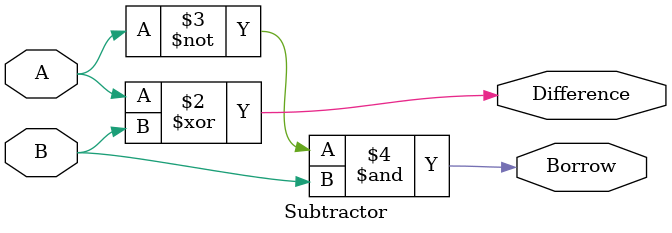
<source format=v>
`timescale 1ns / 1ps


module Subtractor(
    output reg Borrow,
    output reg Difference,
    input A,
    input B

    );
    
    always @(*)
    
        begin
          
          Difference = A ^ B;
          Borrow = ~A & B;
            
        end
            
endmodule

</source>
